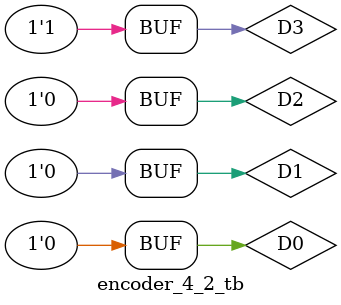
<source format=v>
module encoder_4_2_tb;
  reg D0,D1,D2,D3;
  wire A,B;
  encoder_4_2 encoder( D0,D1,D2,D3,A,B);
  initial begin
    $monitor("At time %0t:D0=%b, D1=%b,D2=%b,D3=%b,A=%b,B=%b",$time, D0,D1,D2,D3,A,B);
    $dumpfile("encoder.vcd");
    $dumpvars;
    D0=1; D1=0; D2=0; D3=0; #1;
    D0=0; D1=1; D2=0; D3=0; #1;
    D0=0; D1=0; D2=1; D3=0; #1;
    D0=0; D1=0; D2=0; D3=1; 
  end
endmodule
</source>
